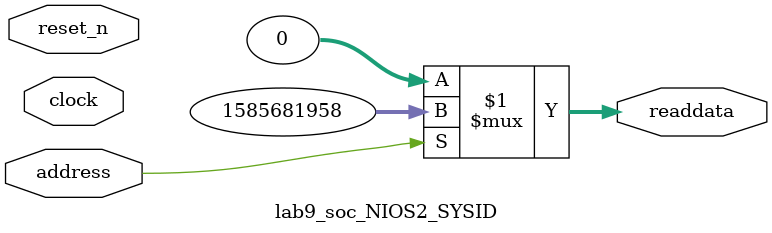
<source format=v>



// synthesis translate_off
`timescale 1ns / 1ps
// synthesis translate_on

// turn off superfluous verilog processor warnings 
// altera message_level Level1 
// altera message_off 10034 10035 10036 10037 10230 10240 10030 

module lab9_soc_NIOS2_SYSID (
               // inputs:
                address,
                clock,
                reset_n,

               // outputs:
                readdata
             )
;

  output  [ 31: 0] readdata;
  input            address;
  input            clock;
  input            reset_n;

  wire    [ 31: 0] readdata;
  //control_slave, which is an e_avalon_slave
  assign readdata = address ? 1585681958 : 0;

endmodule



</source>
